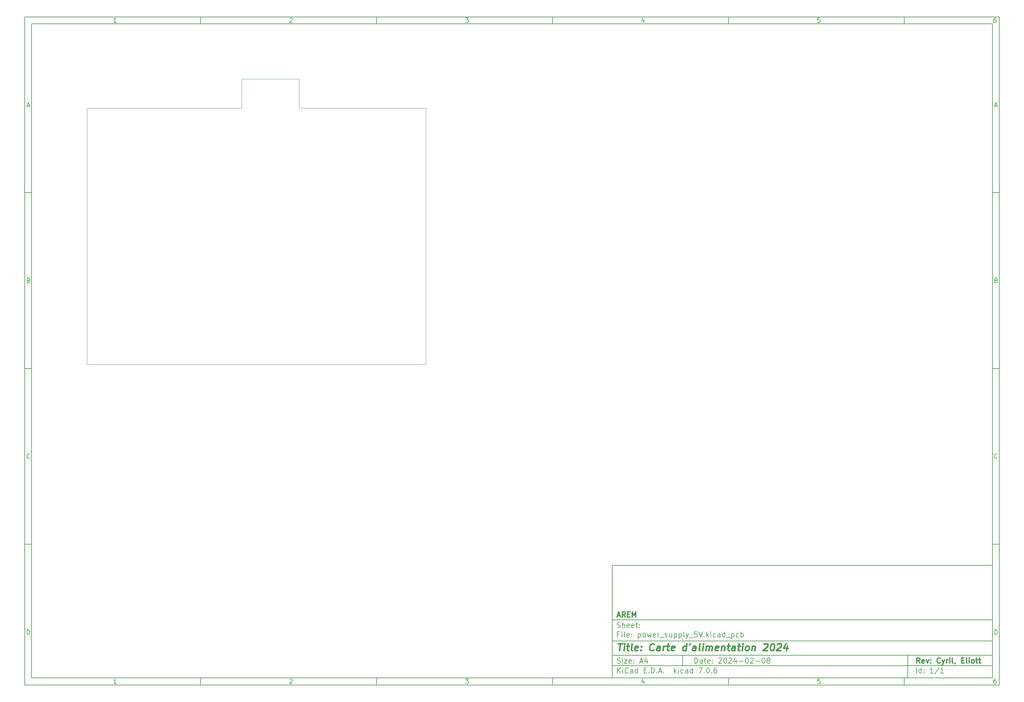
<source format=gbr>
%TF.GenerationSoftware,KiCad,Pcbnew,7.0.6*%
%TF.CreationDate,2024-02-08T22:19:59+01:00*%
%TF.ProjectId,power_supply_5V,706f7765-725f-4737-9570-706c795f3556,Cyril_ Eliott*%
%TF.SameCoordinates,Original*%
%TF.FileFunction,Profile,NP*%
%FSLAX46Y46*%
G04 Gerber Fmt 4.6, Leading zero omitted, Abs format (unit mm)*
G04 Created by KiCad (PCBNEW 7.0.6) date 2024-02-08 22:19:59*
%MOMM*%
%LPD*%
G01*
G04 APERTURE LIST*
%ADD10C,0.100000*%
%ADD11C,0.150000*%
%ADD12C,0.300000*%
%ADD13C,0.400000*%
%TA.AperFunction,Profile*%
%ADD14C,0.100000*%
%TD*%
G04 APERTURE END LIST*
D10*
D11*
X177002200Y-166007200D02*
X285002200Y-166007200D01*
X285002200Y-198007200D01*
X177002200Y-198007200D01*
X177002200Y-166007200D01*
D10*
D11*
X10000000Y-10000000D02*
X287002200Y-10000000D01*
X287002200Y-200007200D01*
X10000000Y-200007200D01*
X10000000Y-10000000D01*
D10*
D11*
X12000000Y-12000000D02*
X285002200Y-12000000D01*
X285002200Y-198007200D01*
X12000000Y-198007200D01*
X12000000Y-12000000D01*
D10*
D11*
X60000000Y-12000000D02*
X60000000Y-10000000D01*
D10*
D11*
X110000000Y-12000000D02*
X110000000Y-10000000D01*
D10*
D11*
X160000000Y-12000000D02*
X160000000Y-10000000D01*
D10*
D11*
X210000000Y-12000000D02*
X210000000Y-10000000D01*
D10*
D11*
X260000000Y-12000000D02*
X260000000Y-10000000D01*
D10*
D11*
X36089160Y-11593604D02*
X35346303Y-11593604D01*
X35717731Y-11593604D02*
X35717731Y-10293604D01*
X35717731Y-10293604D02*
X35593922Y-10479319D01*
X35593922Y-10479319D02*
X35470112Y-10603128D01*
X35470112Y-10603128D02*
X35346303Y-10665033D01*
D10*
D11*
X85346303Y-10417414D02*
X85408207Y-10355509D01*
X85408207Y-10355509D02*
X85532017Y-10293604D01*
X85532017Y-10293604D02*
X85841541Y-10293604D01*
X85841541Y-10293604D02*
X85965350Y-10355509D01*
X85965350Y-10355509D02*
X86027255Y-10417414D01*
X86027255Y-10417414D02*
X86089160Y-10541223D01*
X86089160Y-10541223D02*
X86089160Y-10665033D01*
X86089160Y-10665033D02*
X86027255Y-10850747D01*
X86027255Y-10850747D02*
X85284398Y-11593604D01*
X85284398Y-11593604D02*
X86089160Y-11593604D01*
D10*
D11*
X135284398Y-10293604D02*
X136089160Y-10293604D01*
X136089160Y-10293604D02*
X135655826Y-10788842D01*
X135655826Y-10788842D02*
X135841541Y-10788842D01*
X135841541Y-10788842D02*
X135965350Y-10850747D01*
X135965350Y-10850747D02*
X136027255Y-10912652D01*
X136027255Y-10912652D02*
X136089160Y-11036461D01*
X136089160Y-11036461D02*
X136089160Y-11345985D01*
X136089160Y-11345985D02*
X136027255Y-11469795D01*
X136027255Y-11469795D02*
X135965350Y-11531700D01*
X135965350Y-11531700D02*
X135841541Y-11593604D01*
X135841541Y-11593604D02*
X135470112Y-11593604D01*
X135470112Y-11593604D02*
X135346303Y-11531700D01*
X135346303Y-11531700D02*
X135284398Y-11469795D01*
D10*
D11*
X185965350Y-10726938D02*
X185965350Y-11593604D01*
X185655826Y-10231700D02*
X185346303Y-11160271D01*
X185346303Y-11160271D02*
X186151064Y-11160271D01*
D10*
D11*
X236027255Y-10293604D02*
X235408207Y-10293604D01*
X235408207Y-10293604D02*
X235346303Y-10912652D01*
X235346303Y-10912652D02*
X235408207Y-10850747D01*
X235408207Y-10850747D02*
X235532017Y-10788842D01*
X235532017Y-10788842D02*
X235841541Y-10788842D01*
X235841541Y-10788842D02*
X235965350Y-10850747D01*
X235965350Y-10850747D02*
X236027255Y-10912652D01*
X236027255Y-10912652D02*
X236089160Y-11036461D01*
X236089160Y-11036461D02*
X236089160Y-11345985D01*
X236089160Y-11345985D02*
X236027255Y-11469795D01*
X236027255Y-11469795D02*
X235965350Y-11531700D01*
X235965350Y-11531700D02*
X235841541Y-11593604D01*
X235841541Y-11593604D02*
X235532017Y-11593604D01*
X235532017Y-11593604D02*
X235408207Y-11531700D01*
X235408207Y-11531700D02*
X235346303Y-11469795D01*
D10*
D11*
X285965350Y-10293604D02*
X285717731Y-10293604D01*
X285717731Y-10293604D02*
X285593922Y-10355509D01*
X285593922Y-10355509D02*
X285532017Y-10417414D01*
X285532017Y-10417414D02*
X285408207Y-10603128D01*
X285408207Y-10603128D02*
X285346303Y-10850747D01*
X285346303Y-10850747D02*
X285346303Y-11345985D01*
X285346303Y-11345985D02*
X285408207Y-11469795D01*
X285408207Y-11469795D02*
X285470112Y-11531700D01*
X285470112Y-11531700D02*
X285593922Y-11593604D01*
X285593922Y-11593604D02*
X285841541Y-11593604D01*
X285841541Y-11593604D02*
X285965350Y-11531700D01*
X285965350Y-11531700D02*
X286027255Y-11469795D01*
X286027255Y-11469795D02*
X286089160Y-11345985D01*
X286089160Y-11345985D02*
X286089160Y-11036461D01*
X286089160Y-11036461D02*
X286027255Y-10912652D01*
X286027255Y-10912652D02*
X285965350Y-10850747D01*
X285965350Y-10850747D02*
X285841541Y-10788842D01*
X285841541Y-10788842D02*
X285593922Y-10788842D01*
X285593922Y-10788842D02*
X285470112Y-10850747D01*
X285470112Y-10850747D02*
X285408207Y-10912652D01*
X285408207Y-10912652D02*
X285346303Y-11036461D01*
D10*
D11*
X60000000Y-198007200D02*
X60000000Y-200007200D01*
D10*
D11*
X110000000Y-198007200D02*
X110000000Y-200007200D01*
D10*
D11*
X160000000Y-198007200D02*
X160000000Y-200007200D01*
D10*
D11*
X210000000Y-198007200D02*
X210000000Y-200007200D01*
D10*
D11*
X260000000Y-198007200D02*
X260000000Y-200007200D01*
D10*
D11*
X36089160Y-199600804D02*
X35346303Y-199600804D01*
X35717731Y-199600804D02*
X35717731Y-198300804D01*
X35717731Y-198300804D02*
X35593922Y-198486519D01*
X35593922Y-198486519D02*
X35470112Y-198610328D01*
X35470112Y-198610328D02*
X35346303Y-198672233D01*
D10*
D11*
X85346303Y-198424614D02*
X85408207Y-198362709D01*
X85408207Y-198362709D02*
X85532017Y-198300804D01*
X85532017Y-198300804D02*
X85841541Y-198300804D01*
X85841541Y-198300804D02*
X85965350Y-198362709D01*
X85965350Y-198362709D02*
X86027255Y-198424614D01*
X86027255Y-198424614D02*
X86089160Y-198548423D01*
X86089160Y-198548423D02*
X86089160Y-198672233D01*
X86089160Y-198672233D02*
X86027255Y-198857947D01*
X86027255Y-198857947D02*
X85284398Y-199600804D01*
X85284398Y-199600804D02*
X86089160Y-199600804D01*
D10*
D11*
X135284398Y-198300804D02*
X136089160Y-198300804D01*
X136089160Y-198300804D02*
X135655826Y-198796042D01*
X135655826Y-198796042D02*
X135841541Y-198796042D01*
X135841541Y-198796042D02*
X135965350Y-198857947D01*
X135965350Y-198857947D02*
X136027255Y-198919852D01*
X136027255Y-198919852D02*
X136089160Y-199043661D01*
X136089160Y-199043661D02*
X136089160Y-199353185D01*
X136089160Y-199353185D02*
X136027255Y-199476995D01*
X136027255Y-199476995D02*
X135965350Y-199538900D01*
X135965350Y-199538900D02*
X135841541Y-199600804D01*
X135841541Y-199600804D02*
X135470112Y-199600804D01*
X135470112Y-199600804D02*
X135346303Y-199538900D01*
X135346303Y-199538900D02*
X135284398Y-199476995D01*
D10*
D11*
X185965350Y-198734138D02*
X185965350Y-199600804D01*
X185655826Y-198238900D02*
X185346303Y-199167471D01*
X185346303Y-199167471D02*
X186151064Y-199167471D01*
D10*
D11*
X236027255Y-198300804D02*
X235408207Y-198300804D01*
X235408207Y-198300804D02*
X235346303Y-198919852D01*
X235346303Y-198919852D02*
X235408207Y-198857947D01*
X235408207Y-198857947D02*
X235532017Y-198796042D01*
X235532017Y-198796042D02*
X235841541Y-198796042D01*
X235841541Y-198796042D02*
X235965350Y-198857947D01*
X235965350Y-198857947D02*
X236027255Y-198919852D01*
X236027255Y-198919852D02*
X236089160Y-199043661D01*
X236089160Y-199043661D02*
X236089160Y-199353185D01*
X236089160Y-199353185D02*
X236027255Y-199476995D01*
X236027255Y-199476995D02*
X235965350Y-199538900D01*
X235965350Y-199538900D02*
X235841541Y-199600804D01*
X235841541Y-199600804D02*
X235532017Y-199600804D01*
X235532017Y-199600804D02*
X235408207Y-199538900D01*
X235408207Y-199538900D02*
X235346303Y-199476995D01*
D10*
D11*
X285965350Y-198300804D02*
X285717731Y-198300804D01*
X285717731Y-198300804D02*
X285593922Y-198362709D01*
X285593922Y-198362709D02*
X285532017Y-198424614D01*
X285532017Y-198424614D02*
X285408207Y-198610328D01*
X285408207Y-198610328D02*
X285346303Y-198857947D01*
X285346303Y-198857947D02*
X285346303Y-199353185D01*
X285346303Y-199353185D02*
X285408207Y-199476995D01*
X285408207Y-199476995D02*
X285470112Y-199538900D01*
X285470112Y-199538900D02*
X285593922Y-199600804D01*
X285593922Y-199600804D02*
X285841541Y-199600804D01*
X285841541Y-199600804D02*
X285965350Y-199538900D01*
X285965350Y-199538900D02*
X286027255Y-199476995D01*
X286027255Y-199476995D02*
X286089160Y-199353185D01*
X286089160Y-199353185D02*
X286089160Y-199043661D01*
X286089160Y-199043661D02*
X286027255Y-198919852D01*
X286027255Y-198919852D02*
X285965350Y-198857947D01*
X285965350Y-198857947D02*
X285841541Y-198796042D01*
X285841541Y-198796042D02*
X285593922Y-198796042D01*
X285593922Y-198796042D02*
X285470112Y-198857947D01*
X285470112Y-198857947D02*
X285408207Y-198919852D01*
X285408207Y-198919852D02*
X285346303Y-199043661D01*
D10*
D11*
X10000000Y-60000000D02*
X12000000Y-60000000D01*
D10*
D11*
X10000000Y-110000000D02*
X12000000Y-110000000D01*
D10*
D11*
X10000000Y-160000000D02*
X12000000Y-160000000D01*
D10*
D11*
X10690476Y-35222176D02*
X11309523Y-35222176D01*
X10566666Y-35593604D02*
X10999999Y-34293604D01*
X10999999Y-34293604D02*
X11433333Y-35593604D01*
D10*
D11*
X11092857Y-84912652D02*
X11278571Y-84974557D01*
X11278571Y-84974557D02*
X11340476Y-85036461D01*
X11340476Y-85036461D02*
X11402380Y-85160271D01*
X11402380Y-85160271D02*
X11402380Y-85345985D01*
X11402380Y-85345985D02*
X11340476Y-85469795D01*
X11340476Y-85469795D02*
X11278571Y-85531700D01*
X11278571Y-85531700D02*
X11154761Y-85593604D01*
X11154761Y-85593604D02*
X10659523Y-85593604D01*
X10659523Y-85593604D02*
X10659523Y-84293604D01*
X10659523Y-84293604D02*
X11092857Y-84293604D01*
X11092857Y-84293604D02*
X11216666Y-84355509D01*
X11216666Y-84355509D02*
X11278571Y-84417414D01*
X11278571Y-84417414D02*
X11340476Y-84541223D01*
X11340476Y-84541223D02*
X11340476Y-84665033D01*
X11340476Y-84665033D02*
X11278571Y-84788842D01*
X11278571Y-84788842D02*
X11216666Y-84850747D01*
X11216666Y-84850747D02*
X11092857Y-84912652D01*
X11092857Y-84912652D02*
X10659523Y-84912652D01*
D10*
D11*
X11402380Y-135469795D02*
X11340476Y-135531700D01*
X11340476Y-135531700D02*
X11154761Y-135593604D01*
X11154761Y-135593604D02*
X11030952Y-135593604D01*
X11030952Y-135593604D02*
X10845238Y-135531700D01*
X10845238Y-135531700D02*
X10721428Y-135407890D01*
X10721428Y-135407890D02*
X10659523Y-135284080D01*
X10659523Y-135284080D02*
X10597619Y-135036461D01*
X10597619Y-135036461D02*
X10597619Y-134850747D01*
X10597619Y-134850747D02*
X10659523Y-134603128D01*
X10659523Y-134603128D02*
X10721428Y-134479319D01*
X10721428Y-134479319D02*
X10845238Y-134355509D01*
X10845238Y-134355509D02*
X11030952Y-134293604D01*
X11030952Y-134293604D02*
X11154761Y-134293604D01*
X11154761Y-134293604D02*
X11340476Y-134355509D01*
X11340476Y-134355509D02*
X11402380Y-134417414D01*
D10*
D11*
X10659523Y-185593604D02*
X10659523Y-184293604D01*
X10659523Y-184293604D02*
X10969047Y-184293604D01*
X10969047Y-184293604D02*
X11154761Y-184355509D01*
X11154761Y-184355509D02*
X11278571Y-184479319D01*
X11278571Y-184479319D02*
X11340476Y-184603128D01*
X11340476Y-184603128D02*
X11402380Y-184850747D01*
X11402380Y-184850747D02*
X11402380Y-185036461D01*
X11402380Y-185036461D02*
X11340476Y-185284080D01*
X11340476Y-185284080D02*
X11278571Y-185407890D01*
X11278571Y-185407890D02*
X11154761Y-185531700D01*
X11154761Y-185531700D02*
X10969047Y-185593604D01*
X10969047Y-185593604D02*
X10659523Y-185593604D01*
D10*
D11*
X287002200Y-60000000D02*
X285002200Y-60000000D01*
D10*
D11*
X287002200Y-110000000D02*
X285002200Y-110000000D01*
D10*
D11*
X287002200Y-160000000D02*
X285002200Y-160000000D01*
D10*
D11*
X285692676Y-35222176D02*
X286311723Y-35222176D01*
X285568866Y-35593604D02*
X286002199Y-34293604D01*
X286002199Y-34293604D02*
X286435533Y-35593604D01*
D10*
D11*
X286095057Y-84912652D02*
X286280771Y-84974557D01*
X286280771Y-84974557D02*
X286342676Y-85036461D01*
X286342676Y-85036461D02*
X286404580Y-85160271D01*
X286404580Y-85160271D02*
X286404580Y-85345985D01*
X286404580Y-85345985D02*
X286342676Y-85469795D01*
X286342676Y-85469795D02*
X286280771Y-85531700D01*
X286280771Y-85531700D02*
X286156961Y-85593604D01*
X286156961Y-85593604D02*
X285661723Y-85593604D01*
X285661723Y-85593604D02*
X285661723Y-84293604D01*
X285661723Y-84293604D02*
X286095057Y-84293604D01*
X286095057Y-84293604D02*
X286218866Y-84355509D01*
X286218866Y-84355509D02*
X286280771Y-84417414D01*
X286280771Y-84417414D02*
X286342676Y-84541223D01*
X286342676Y-84541223D02*
X286342676Y-84665033D01*
X286342676Y-84665033D02*
X286280771Y-84788842D01*
X286280771Y-84788842D02*
X286218866Y-84850747D01*
X286218866Y-84850747D02*
X286095057Y-84912652D01*
X286095057Y-84912652D02*
X285661723Y-84912652D01*
D10*
D11*
X286404580Y-135469795D02*
X286342676Y-135531700D01*
X286342676Y-135531700D02*
X286156961Y-135593604D01*
X286156961Y-135593604D02*
X286033152Y-135593604D01*
X286033152Y-135593604D02*
X285847438Y-135531700D01*
X285847438Y-135531700D02*
X285723628Y-135407890D01*
X285723628Y-135407890D02*
X285661723Y-135284080D01*
X285661723Y-135284080D02*
X285599819Y-135036461D01*
X285599819Y-135036461D02*
X285599819Y-134850747D01*
X285599819Y-134850747D02*
X285661723Y-134603128D01*
X285661723Y-134603128D02*
X285723628Y-134479319D01*
X285723628Y-134479319D02*
X285847438Y-134355509D01*
X285847438Y-134355509D02*
X286033152Y-134293604D01*
X286033152Y-134293604D02*
X286156961Y-134293604D01*
X286156961Y-134293604D02*
X286342676Y-134355509D01*
X286342676Y-134355509D02*
X286404580Y-134417414D01*
D10*
D11*
X285661723Y-185593604D02*
X285661723Y-184293604D01*
X285661723Y-184293604D02*
X285971247Y-184293604D01*
X285971247Y-184293604D02*
X286156961Y-184355509D01*
X286156961Y-184355509D02*
X286280771Y-184479319D01*
X286280771Y-184479319D02*
X286342676Y-184603128D01*
X286342676Y-184603128D02*
X286404580Y-184850747D01*
X286404580Y-184850747D02*
X286404580Y-185036461D01*
X286404580Y-185036461D02*
X286342676Y-185284080D01*
X286342676Y-185284080D02*
X286280771Y-185407890D01*
X286280771Y-185407890D02*
X286156961Y-185531700D01*
X286156961Y-185531700D02*
X285971247Y-185593604D01*
X285971247Y-185593604D02*
X285661723Y-185593604D01*
D10*
D11*
X200458026Y-193793328D02*
X200458026Y-192293328D01*
X200458026Y-192293328D02*
X200815169Y-192293328D01*
X200815169Y-192293328D02*
X201029455Y-192364757D01*
X201029455Y-192364757D02*
X201172312Y-192507614D01*
X201172312Y-192507614D02*
X201243741Y-192650471D01*
X201243741Y-192650471D02*
X201315169Y-192936185D01*
X201315169Y-192936185D02*
X201315169Y-193150471D01*
X201315169Y-193150471D02*
X201243741Y-193436185D01*
X201243741Y-193436185D02*
X201172312Y-193579042D01*
X201172312Y-193579042D02*
X201029455Y-193721900D01*
X201029455Y-193721900D02*
X200815169Y-193793328D01*
X200815169Y-193793328D02*
X200458026Y-193793328D01*
X202600884Y-193793328D02*
X202600884Y-193007614D01*
X202600884Y-193007614D02*
X202529455Y-192864757D01*
X202529455Y-192864757D02*
X202386598Y-192793328D01*
X202386598Y-192793328D02*
X202100884Y-192793328D01*
X202100884Y-192793328D02*
X201958026Y-192864757D01*
X202600884Y-193721900D02*
X202458026Y-193793328D01*
X202458026Y-193793328D02*
X202100884Y-193793328D01*
X202100884Y-193793328D02*
X201958026Y-193721900D01*
X201958026Y-193721900D02*
X201886598Y-193579042D01*
X201886598Y-193579042D02*
X201886598Y-193436185D01*
X201886598Y-193436185D02*
X201958026Y-193293328D01*
X201958026Y-193293328D02*
X202100884Y-193221900D01*
X202100884Y-193221900D02*
X202458026Y-193221900D01*
X202458026Y-193221900D02*
X202600884Y-193150471D01*
X203100884Y-192793328D02*
X203672312Y-192793328D01*
X203315169Y-192293328D02*
X203315169Y-193579042D01*
X203315169Y-193579042D02*
X203386598Y-193721900D01*
X203386598Y-193721900D02*
X203529455Y-193793328D01*
X203529455Y-193793328D02*
X203672312Y-193793328D01*
X204743741Y-193721900D02*
X204600884Y-193793328D01*
X204600884Y-193793328D02*
X204315170Y-193793328D01*
X204315170Y-193793328D02*
X204172312Y-193721900D01*
X204172312Y-193721900D02*
X204100884Y-193579042D01*
X204100884Y-193579042D02*
X204100884Y-193007614D01*
X204100884Y-193007614D02*
X204172312Y-192864757D01*
X204172312Y-192864757D02*
X204315170Y-192793328D01*
X204315170Y-192793328D02*
X204600884Y-192793328D01*
X204600884Y-192793328D02*
X204743741Y-192864757D01*
X204743741Y-192864757D02*
X204815170Y-193007614D01*
X204815170Y-193007614D02*
X204815170Y-193150471D01*
X204815170Y-193150471D02*
X204100884Y-193293328D01*
X205458026Y-193650471D02*
X205529455Y-193721900D01*
X205529455Y-193721900D02*
X205458026Y-193793328D01*
X205458026Y-193793328D02*
X205386598Y-193721900D01*
X205386598Y-193721900D02*
X205458026Y-193650471D01*
X205458026Y-193650471D02*
X205458026Y-193793328D01*
X205458026Y-192864757D02*
X205529455Y-192936185D01*
X205529455Y-192936185D02*
X205458026Y-193007614D01*
X205458026Y-193007614D02*
X205386598Y-192936185D01*
X205386598Y-192936185D02*
X205458026Y-192864757D01*
X205458026Y-192864757D02*
X205458026Y-193007614D01*
X207243741Y-192436185D02*
X207315169Y-192364757D01*
X207315169Y-192364757D02*
X207458027Y-192293328D01*
X207458027Y-192293328D02*
X207815169Y-192293328D01*
X207815169Y-192293328D02*
X207958027Y-192364757D01*
X207958027Y-192364757D02*
X208029455Y-192436185D01*
X208029455Y-192436185D02*
X208100884Y-192579042D01*
X208100884Y-192579042D02*
X208100884Y-192721900D01*
X208100884Y-192721900D02*
X208029455Y-192936185D01*
X208029455Y-192936185D02*
X207172312Y-193793328D01*
X207172312Y-193793328D02*
X208100884Y-193793328D01*
X209029455Y-192293328D02*
X209172312Y-192293328D01*
X209172312Y-192293328D02*
X209315169Y-192364757D01*
X209315169Y-192364757D02*
X209386598Y-192436185D01*
X209386598Y-192436185D02*
X209458026Y-192579042D01*
X209458026Y-192579042D02*
X209529455Y-192864757D01*
X209529455Y-192864757D02*
X209529455Y-193221900D01*
X209529455Y-193221900D02*
X209458026Y-193507614D01*
X209458026Y-193507614D02*
X209386598Y-193650471D01*
X209386598Y-193650471D02*
X209315169Y-193721900D01*
X209315169Y-193721900D02*
X209172312Y-193793328D01*
X209172312Y-193793328D02*
X209029455Y-193793328D01*
X209029455Y-193793328D02*
X208886598Y-193721900D01*
X208886598Y-193721900D02*
X208815169Y-193650471D01*
X208815169Y-193650471D02*
X208743740Y-193507614D01*
X208743740Y-193507614D02*
X208672312Y-193221900D01*
X208672312Y-193221900D02*
X208672312Y-192864757D01*
X208672312Y-192864757D02*
X208743740Y-192579042D01*
X208743740Y-192579042D02*
X208815169Y-192436185D01*
X208815169Y-192436185D02*
X208886598Y-192364757D01*
X208886598Y-192364757D02*
X209029455Y-192293328D01*
X210100883Y-192436185D02*
X210172311Y-192364757D01*
X210172311Y-192364757D02*
X210315169Y-192293328D01*
X210315169Y-192293328D02*
X210672311Y-192293328D01*
X210672311Y-192293328D02*
X210815169Y-192364757D01*
X210815169Y-192364757D02*
X210886597Y-192436185D01*
X210886597Y-192436185D02*
X210958026Y-192579042D01*
X210958026Y-192579042D02*
X210958026Y-192721900D01*
X210958026Y-192721900D02*
X210886597Y-192936185D01*
X210886597Y-192936185D02*
X210029454Y-193793328D01*
X210029454Y-193793328D02*
X210958026Y-193793328D01*
X212243740Y-192793328D02*
X212243740Y-193793328D01*
X211886597Y-192221900D02*
X211529454Y-193293328D01*
X211529454Y-193293328D02*
X212458025Y-193293328D01*
X213029453Y-193221900D02*
X214172311Y-193221900D01*
X215172311Y-192293328D02*
X215315168Y-192293328D01*
X215315168Y-192293328D02*
X215458025Y-192364757D01*
X215458025Y-192364757D02*
X215529454Y-192436185D01*
X215529454Y-192436185D02*
X215600882Y-192579042D01*
X215600882Y-192579042D02*
X215672311Y-192864757D01*
X215672311Y-192864757D02*
X215672311Y-193221900D01*
X215672311Y-193221900D02*
X215600882Y-193507614D01*
X215600882Y-193507614D02*
X215529454Y-193650471D01*
X215529454Y-193650471D02*
X215458025Y-193721900D01*
X215458025Y-193721900D02*
X215315168Y-193793328D01*
X215315168Y-193793328D02*
X215172311Y-193793328D01*
X215172311Y-193793328D02*
X215029454Y-193721900D01*
X215029454Y-193721900D02*
X214958025Y-193650471D01*
X214958025Y-193650471D02*
X214886596Y-193507614D01*
X214886596Y-193507614D02*
X214815168Y-193221900D01*
X214815168Y-193221900D02*
X214815168Y-192864757D01*
X214815168Y-192864757D02*
X214886596Y-192579042D01*
X214886596Y-192579042D02*
X214958025Y-192436185D01*
X214958025Y-192436185D02*
X215029454Y-192364757D01*
X215029454Y-192364757D02*
X215172311Y-192293328D01*
X216243739Y-192436185D02*
X216315167Y-192364757D01*
X216315167Y-192364757D02*
X216458025Y-192293328D01*
X216458025Y-192293328D02*
X216815167Y-192293328D01*
X216815167Y-192293328D02*
X216958025Y-192364757D01*
X216958025Y-192364757D02*
X217029453Y-192436185D01*
X217029453Y-192436185D02*
X217100882Y-192579042D01*
X217100882Y-192579042D02*
X217100882Y-192721900D01*
X217100882Y-192721900D02*
X217029453Y-192936185D01*
X217029453Y-192936185D02*
X216172310Y-193793328D01*
X216172310Y-193793328D02*
X217100882Y-193793328D01*
X217743738Y-193221900D02*
X218886596Y-193221900D01*
X219886596Y-192293328D02*
X220029453Y-192293328D01*
X220029453Y-192293328D02*
X220172310Y-192364757D01*
X220172310Y-192364757D02*
X220243739Y-192436185D01*
X220243739Y-192436185D02*
X220315167Y-192579042D01*
X220315167Y-192579042D02*
X220386596Y-192864757D01*
X220386596Y-192864757D02*
X220386596Y-193221900D01*
X220386596Y-193221900D02*
X220315167Y-193507614D01*
X220315167Y-193507614D02*
X220243739Y-193650471D01*
X220243739Y-193650471D02*
X220172310Y-193721900D01*
X220172310Y-193721900D02*
X220029453Y-193793328D01*
X220029453Y-193793328D02*
X219886596Y-193793328D01*
X219886596Y-193793328D02*
X219743739Y-193721900D01*
X219743739Y-193721900D02*
X219672310Y-193650471D01*
X219672310Y-193650471D02*
X219600881Y-193507614D01*
X219600881Y-193507614D02*
X219529453Y-193221900D01*
X219529453Y-193221900D02*
X219529453Y-192864757D01*
X219529453Y-192864757D02*
X219600881Y-192579042D01*
X219600881Y-192579042D02*
X219672310Y-192436185D01*
X219672310Y-192436185D02*
X219743739Y-192364757D01*
X219743739Y-192364757D02*
X219886596Y-192293328D01*
X221243738Y-192936185D02*
X221100881Y-192864757D01*
X221100881Y-192864757D02*
X221029452Y-192793328D01*
X221029452Y-192793328D02*
X220958024Y-192650471D01*
X220958024Y-192650471D02*
X220958024Y-192579042D01*
X220958024Y-192579042D02*
X221029452Y-192436185D01*
X221029452Y-192436185D02*
X221100881Y-192364757D01*
X221100881Y-192364757D02*
X221243738Y-192293328D01*
X221243738Y-192293328D02*
X221529452Y-192293328D01*
X221529452Y-192293328D02*
X221672310Y-192364757D01*
X221672310Y-192364757D02*
X221743738Y-192436185D01*
X221743738Y-192436185D02*
X221815167Y-192579042D01*
X221815167Y-192579042D02*
X221815167Y-192650471D01*
X221815167Y-192650471D02*
X221743738Y-192793328D01*
X221743738Y-192793328D02*
X221672310Y-192864757D01*
X221672310Y-192864757D02*
X221529452Y-192936185D01*
X221529452Y-192936185D02*
X221243738Y-192936185D01*
X221243738Y-192936185D02*
X221100881Y-193007614D01*
X221100881Y-193007614D02*
X221029452Y-193079042D01*
X221029452Y-193079042D02*
X220958024Y-193221900D01*
X220958024Y-193221900D02*
X220958024Y-193507614D01*
X220958024Y-193507614D02*
X221029452Y-193650471D01*
X221029452Y-193650471D02*
X221100881Y-193721900D01*
X221100881Y-193721900D02*
X221243738Y-193793328D01*
X221243738Y-193793328D02*
X221529452Y-193793328D01*
X221529452Y-193793328D02*
X221672310Y-193721900D01*
X221672310Y-193721900D02*
X221743738Y-193650471D01*
X221743738Y-193650471D02*
X221815167Y-193507614D01*
X221815167Y-193507614D02*
X221815167Y-193221900D01*
X221815167Y-193221900D02*
X221743738Y-193079042D01*
X221743738Y-193079042D02*
X221672310Y-193007614D01*
X221672310Y-193007614D02*
X221529452Y-192936185D01*
D10*
D11*
X177002200Y-194507200D02*
X285002200Y-194507200D01*
D10*
D11*
X178458026Y-196593328D02*
X178458026Y-195093328D01*
X179315169Y-196593328D02*
X178672312Y-195736185D01*
X179315169Y-195093328D02*
X178458026Y-195950471D01*
X179958026Y-196593328D02*
X179958026Y-195593328D01*
X179958026Y-195093328D02*
X179886598Y-195164757D01*
X179886598Y-195164757D02*
X179958026Y-195236185D01*
X179958026Y-195236185D02*
X180029455Y-195164757D01*
X180029455Y-195164757D02*
X179958026Y-195093328D01*
X179958026Y-195093328D02*
X179958026Y-195236185D01*
X181529455Y-196450471D02*
X181458027Y-196521900D01*
X181458027Y-196521900D02*
X181243741Y-196593328D01*
X181243741Y-196593328D02*
X181100884Y-196593328D01*
X181100884Y-196593328D02*
X180886598Y-196521900D01*
X180886598Y-196521900D02*
X180743741Y-196379042D01*
X180743741Y-196379042D02*
X180672312Y-196236185D01*
X180672312Y-196236185D02*
X180600884Y-195950471D01*
X180600884Y-195950471D02*
X180600884Y-195736185D01*
X180600884Y-195736185D02*
X180672312Y-195450471D01*
X180672312Y-195450471D02*
X180743741Y-195307614D01*
X180743741Y-195307614D02*
X180886598Y-195164757D01*
X180886598Y-195164757D02*
X181100884Y-195093328D01*
X181100884Y-195093328D02*
X181243741Y-195093328D01*
X181243741Y-195093328D02*
X181458027Y-195164757D01*
X181458027Y-195164757D02*
X181529455Y-195236185D01*
X182815170Y-196593328D02*
X182815170Y-195807614D01*
X182815170Y-195807614D02*
X182743741Y-195664757D01*
X182743741Y-195664757D02*
X182600884Y-195593328D01*
X182600884Y-195593328D02*
X182315170Y-195593328D01*
X182315170Y-195593328D02*
X182172312Y-195664757D01*
X182815170Y-196521900D02*
X182672312Y-196593328D01*
X182672312Y-196593328D02*
X182315170Y-196593328D01*
X182315170Y-196593328D02*
X182172312Y-196521900D01*
X182172312Y-196521900D02*
X182100884Y-196379042D01*
X182100884Y-196379042D02*
X182100884Y-196236185D01*
X182100884Y-196236185D02*
X182172312Y-196093328D01*
X182172312Y-196093328D02*
X182315170Y-196021900D01*
X182315170Y-196021900D02*
X182672312Y-196021900D01*
X182672312Y-196021900D02*
X182815170Y-195950471D01*
X184172313Y-196593328D02*
X184172313Y-195093328D01*
X184172313Y-196521900D02*
X184029455Y-196593328D01*
X184029455Y-196593328D02*
X183743741Y-196593328D01*
X183743741Y-196593328D02*
X183600884Y-196521900D01*
X183600884Y-196521900D02*
X183529455Y-196450471D01*
X183529455Y-196450471D02*
X183458027Y-196307614D01*
X183458027Y-196307614D02*
X183458027Y-195879042D01*
X183458027Y-195879042D02*
X183529455Y-195736185D01*
X183529455Y-195736185D02*
X183600884Y-195664757D01*
X183600884Y-195664757D02*
X183743741Y-195593328D01*
X183743741Y-195593328D02*
X184029455Y-195593328D01*
X184029455Y-195593328D02*
X184172313Y-195664757D01*
X186029455Y-195807614D02*
X186529455Y-195807614D01*
X186743741Y-196593328D02*
X186029455Y-196593328D01*
X186029455Y-196593328D02*
X186029455Y-195093328D01*
X186029455Y-195093328D02*
X186743741Y-195093328D01*
X187386598Y-196450471D02*
X187458027Y-196521900D01*
X187458027Y-196521900D02*
X187386598Y-196593328D01*
X187386598Y-196593328D02*
X187315170Y-196521900D01*
X187315170Y-196521900D02*
X187386598Y-196450471D01*
X187386598Y-196450471D02*
X187386598Y-196593328D01*
X188100884Y-196593328D02*
X188100884Y-195093328D01*
X188100884Y-195093328D02*
X188458027Y-195093328D01*
X188458027Y-195093328D02*
X188672313Y-195164757D01*
X188672313Y-195164757D02*
X188815170Y-195307614D01*
X188815170Y-195307614D02*
X188886599Y-195450471D01*
X188886599Y-195450471D02*
X188958027Y-195736185D01*
X188958027Y-195736185D02*
X188958027Y-195950471D01*
X188958027Y-195950471D02*
X188886599Y-196236185D01*
X188886599Y-196236185D02*
X188815170Y-196379042D01*
X188815170Y-196379042D02*
X188672313Y-196521900D01*
X188672313Y-196521900D02*
X188458027Y-196593328D01*
X188458027Y-196593328D02*
X188100884Y-196593328D01*
X189600884Y-196450471D02*
X189672313Y-196521900D01*
X189672313Y-196521900D02*
X189600884Y-196593328D01*
X189600884Y-196593328D02*
X189529456Y-196521900D01*
X189529456Y-196521900D02*
X189600884Y-196450471D01*
X189600884Y-196450471D02*
X189600884Y-196593328D01*
X190243742Y-196164757D02*
X190958028Y-196164757D01*
X190100885Y-196593328D02*
X190600885Y-195093328D01*
X190600885Y-195093328D02*
X191100885Y-196593328D01*
X191600884Y-196450471D02*
X191672313Y-196521900D01*
X191672313Y-196521900D02*
X191600884Y-196593328D01*
X191600884Y-196593328D02*
X191529456Y-196521900D01*
X191529456Y-196521900D02*
X191600884Y-196450471D01*
X191600884Y-196450471D02*
X191600884Y-196593328D01*
X194600884Y-196593328D02*
X194600884Y-195093328D01*
X194743742Y-196021900D02*
X195172313Y-196593328D01*
X195172313Y-195593328D02*
X194600884Y-196164757D01*
X195815170Y-196593328D02*
X195815170Y-195593328D01*
X195815170Y-195093328D02*
X195743742Y-195164757D01*
X195743742Y-195164757D02*
X195815170Y-195236185D01*
X195815170Y-195236185D02*
X195886599Y-195164757D01*
X195886599Y-195164757D02*
X195815170Y-195093328D01*
X195815170Y-195093328D02*
X195815170Y-195236185D01*
X197172314Y-196521900D02*
X197029456Y-196593328D01*
X197029456Y-196593328D02*
X196743742Y-196593328D01*
X196743742Y-196593328D02*
X196600885Y-196521900D01*
X196600885Y-196521900D02*
X196529456Y-196450471D01*
X196529456Y-196450471D02*
X196458028Y-196307614D01*
X196458028Y-196307614D02*
X196458028Y-195879042D01*
X196458028Y-195879042D02*
X196529456Y-195736185D01*
X196529456Y-195736185D02*
X196600885Y-195664757D01*
X196600885Y-195664757D02*
X196743742Y-195593328D01*
X196743742Y-195593328D02*
X197029456Y-195593328D01*
X197029456Y-195593328D02*
X197172314Y-195664757D01*
X198458028Y-196593328D02*
X198458028Y-195807614D01*
X198458028Y-195807614D02*
X198386599Y-195664757D01*
X198386599Y-195664757D02*
X198243742Y-195593328D01*
X198243742Y-195593328D02*
X197958028Y-195593328D01*
X197958028Y-195593328D02*
X197815170Y-195664757D01*
X198458028Y-196521900D02*
X198315170Y-196593328D01*
X198315170Y-196593328D02*
X197958028Y-196593328D01*
X197958028Y-196593328D02*
X197815170Y-196521900D01*
X197815170Y-196521900D02*
X197743742Y-196379042D01*
X197743742Y-196379042D02*
X197743742Y-196236185D01*
X197743742Y-196236185D02*
X197815170Y-196093328D01*
X197815170Y-196093328D02*
X197958028Y-196021900D01*
X197958028Y-196021900D02*
X198315170Y-196021900D01*
X198315170Y-196021900D02*
X198458028Y-195950471D01*
X199815171Y-196593328D02*
X199815171Y-195093328D01*
X199815171Y-196521900D02*
X199672313Y-196593328D01*
X199672313Y-196593328D02*
X199386599Y-196593328D01*
X199386599Y-196593328D02*
X199243742Y-196521900D01*
X199243742Y-196521900D02*
X199172313Y-196450471D01*
X199172313Y-196450471D02*
X199100885Y-196307614D01*
X199100885Y-196307614D02*
X199100885Y-195879042D01*
X199100885Y-195879042D02*
X199172313Y-195736185D01*
X199172313Y-195736185D02*
X199243742Y-195664757D01*
X199243742Y-195664757D02*
X199386599Y-195593328D01*
X199386599Y-195593328D02*
X199672313Y-195593328D01*
X199672313Y-195593328D02*
X199815171Y-195664757D01*
X201529456Y-195093328D02*
X202529456Y-195093328D01*
X202529456Y-195093328D02*
X201886599Y-196593328D01*
X203100884Y-196450471D02*
X203172313Y-196521900D01*
X203172313Y-196521900D02*
X203100884Y-196593328D01*
X203100884Y-196593328D02*
X203029456Y-196521900D01*
X203029456Y-196521900D02*
X203100884Y-196450471D01*
X203100884Y-196450471D02*
X203100884Y-196593328D01*
X204100885Y-195093328D02*
X204243742Y-195093328D01*
X204243742Y-195093328D02*
X204386599Y-195164757D01*
X204386599Y-195164757D02*
X204458028Y-195236185D01*
X204458028Y-195236185D02*
X204529456Y-195379042D01*
X204529456Y-195379042D02*
X204600885Y-195664757D01*
X204600885Y-195664757D02*
X204600885Y-196021900D01*
X204600885Y-196021900D02*
X204529456Y-196307614D01*
X204529456Y-196307614D02*
X204458028Y-196450471D01*
X204458028Y-196450471D02*
X204386599Y-196521900D01*
X204386599Y-196521900D02*
X204243742Y-196593328D01*
X204243742Y-196593328D02*
X204100885Y-196593328D01*
X204100885Y-196593328D02*
X203958028Y-196521900D01*
X203958028Y-196521900D02*
X203886599Y-196450471D01*
X203886599Y-196450471D02*
X203815170Y-196307614D01*
X203815170Y-196307614D02*
X203743742Y-196021900D01*
X203743742Y-196021900D02*
X203743742Y-195664757D01*
X203743742Y-195664757D02*
X203815170Y-195379042D01*
X203815170Y-195379042D02*
X203886599Y-195236185D01*
X203886599Y-195236185D02*
X203958028Y-195164757D01*
X203958028Y-195164757D02*
X204100885Y-195093328D01*
X205243741Y-196450471D02*
X205315170Y-196521900D01*
X205315170Y-196521900D02*
X205243741Y-196593328D01*
X205243741Y-196593328D02*
X205172313Y-196521900D01*
X205172313Y-196521900D02*
X205243741Y-196450471D01*
X205243741Y-196450471D02*
X205243741Y-196593328D01*
X206600885Y-195093328D02*
X206315170Y-195093328D01*
X206315170Y-195093328D02*
X206172313Y-195164757D01*
X206172313Y-195164757D02*
X206100885Y-195236185D01*
X206100885Y-195236185D02*
X205958027Y-195450471D01*
X205958027Y-195450471D02*
X205886599Y-195736185D01*
X205886599Y-195736185D02*
X205886599Y-196307614D01*
X205886599Y-196307614D02*
X205958027Y-196450471D01*
X205958027Y-196450471D02*
X206029456Y-196521900D01*
X206029456Y-196521900D02*
X206172313Y-196593328D01*
X206172313Y-196593328D02*
X206458027Y-196593328D01*
X206458027Y-196593328D02*
X206600885Y-196521900D01*
X206600885Y-196521900D02*
X206672313Y-196450471D01*
X206672313Y-196450471D02*
X206743742Y-196307614D01*
X206743742Y-196307614D02*
X206743742Y-195950471D01*
X206743742Y-195950471D02*
X206672313Y-195807614D01*
X206672313Y-195807614D02*
X206600885Y-195736185D01*
X206600885Y-195736185D02*
X206458027Y-195664757D01*
X206458027Y-195664757D02*
X206172313Y-195664757D01*
X206172313Y-195664757D02*
X206029456Y-195736185D01*
X206029456Y-195736185D02*
X205958027Y-195807614D01*
X205958027Y-195807614D02*
X205886599Y-195950471D01*
D10*
D11*
X177002200Y-191507200D02*
X285002200Y-191507200D01*
D10*
D12*
X264413853Y-193785528D02*
X263913853Y-193071242D01*
X263556710Y-193785528D02*
X263556710Y-192285528D01*
X263556710Y-192285528D02*
X264128139Y-192285528D01*
X264128139Y-192285528D02*
X264270996Y-192356957D01*
X264270996Y-192356957D02*
X264342425Y-192428385D01*
X264342425Y-192428385D02*
X264413853Y-192571242D01*
X264413853Y-192571242D02*
X264413853Y-192785528D01*
X264413853Y-192785528D02*
X264342425Y-192928385D01*
X264342425Y-192928385D02*
X264270996Y-192999814D01*
X264270996Y-192999814D02*
X264128139Y-193071242D01*
X264128139Y-193071242D02*
X263556710Y-193071242D01*
X265628139Y-193714100D02*
X265485282Y-193785528D01*
X265485282Y-193785528D02*
X265199568Y-193785528D01*
X265199568Y-193785528D02*
X265056710Y-193714100D01*
X265056710Y-193714100D02*
X264985282Y-193571242D01*
X264985282Y-193571242D02*
X264985282Y-192999814D01*
X264985282Y-192999814D02*
X265056710Y-192856957D01*
X265056710Y-192856957D02*
X265199568Y-192785528D01*
X265199568Y-192785528D02*
X265485282Y-192785528D01*
X265485282Y-192785528D02*
X265628139Y-192856957D01*
X265628139Y-192856957D02*
X265699568Y-192999814D01*
X265699568Y-192999814D02*
X265699568Y-193142671D01*
X265699568Y-193142671D02*
X264985282Y-193285528D01*
X266199567Y-192785528D02*
X266556710Y-193785528D01*
X266556710Y-193785528D02*
X266913853Y-192785528D01*
X267485281Y-193642671D02*
X267556710Y-193714100D01*
X267556710Y-193714100D02*
X267485281Y-193785528D01*
X267485281Y-193785528D02*
X267413853Y-193714100D01*
X267413853Y-193714100D02*
X267485281Y-193642671D01*
X267485281Y-193642671D02*
X267485281Y-193785528D01*
X267485281Y-192856957D02*
X267556710Y-192928385D01*
X267556710Y-192928385D02*
X267485281Y-192999814D01*
X267485281Y-192999814D02*
X267413853Y-192928385D01*
X267413853Y-192928385D02*
X267485281Y-192856957D01*
X267485281Y-192856957D02*
X267485281Y-192999814D01*
X270199567Y-193642671D02*
X270128139Y-193714100D01*
X270128139Y-193714100D02*
X269913853Y-193785528D01*
X269913853Y-193785528D02*
X269770996Y-193785528D01*
X269770996Y-193785528D02*
X269556710Y-193714100D01*
X269556710Y-193714100D02*
X269413853Y-193571242D01*
X269413853Y-193571242D02*
X269342424Y-193428385D01*
X269342424Y-193428385D02*
X269270996Y-193142671D01*
X269270996Y-193142671D02*
X269270996Y-192928385D01*
X269270996Y-192928385D02*
X269342424Y-192642671D01*
X269342424Y-192642671D02*
X269413853Y-192499814D01*
X269413853Y-192499814D02*
X269556710Y-192356957D01*
X269556710Y-192356957D02*
X269770996Y-192285528D01*
X269770996Y-192285528D02*
X269913853Y-192285528D01*
X269913853Y-192285528D02*
X270128139Y-192356957D01*
X270128139Y-192356957D02*
X270199567Y-192428385D01*
X270699567Y-192785528D02*
X271056710Y-193785528D01*
X271413853Y-192785528D02*
X271056710Y-193785528D01*
X271056710Y-193785528D02*
X270913853Y-194142671D01*
X270913853Y-194142671D02*
X270842424Y-194214100D01*
X270842424Y-194214100D02*
X270699567Y-194285528D01*
X271985281Y-193785528D02*
X271985281Y-192785528D01*
X271985281Y-193071242D02*
X272056710Y-192928385D01*
X272056710Y-192928385D02*
X272128139Y-192856957D01*
X272128139Y-192856957D02*
X272270996Y-192785528D01*
X272270996Y-192785528D02*
X272413853Y-192785528D01*
X272913852Y-193785528D02*
X272913852Y-192785528D01*
X272913852Y-192285528D02*
X272842424Y-192356957D01*
X272842424Y-192356957D02*
X272913852Y-192428385D01*
X272913852Y-192428385D02*
X272985281Y-192356957D01*
X272985281Y-192356957D02*
X272913852Y-192285528D01*
X272913852Y-192285528D02*
X272913852Y-192428385D01*
X273842424Y-193785528D02*
X273699567Y-193714100D01*
X273699567Y-193714100D02*
X273628138Y-193571242D01*
X273628138Y-193571242D02*
X273628138Y-192285528D01*
X274485281Y-193714100D02*
X274485281Y-193785528D01*
X274485281Y-193785528D02*
X274413852Y-193928385D01*
X274413852Y-193928385D02*
X274342424Y-193999814D01*
X276270995Y-192999814D02*
X276770995Y-192999814D01*
X276985281Y-193785528D02*
X276270995Y-193785528D01*
X276270995Y-193785528D02*
X276270995Y-192285528D01*
X276270995Y-192285528D02*
X276985281Y-192285528D01*
X277842424Y-193785528D02*
X277699567Y-193714100D01*
X277699567Y-193714100D02*
X277628138Y-193571242D01*
X277628138Y-193571242D02*
X277628138Y-192285528D01*
X278413852Y-193785528D02*
X278413852Y-192785528D01*
X278413852Y-192285528D02*
X278342424Y-192356957D01*
X278342424Y-192356957D02*
X278413852Y-192428385D01*
X278413852Y-192428385D02*
X278485281Y-192356957D01*
X278485281Y-192356957D02*
X278413852Y-192285528D01*
X278413852Y-192285528D02*
X278413852Y-192428385D01*
X279342424Y-193785528D02*
X279199567Y-193714100D01*
X279199567Y-193714100D02*
X279128138Y-193642671D01*
X279128138Y-193642671D02*
X279056710Y-193499814D01*
X279056710Y-193499814D02*
X279056710Y-193071242D01*
X279056710Y-193071242D02*
X279128138Y-192928385D01*
X279128138Y-192928385D02*
X279199567Y-192856957D01*
X279199567Y-192856957D02*
X279342424Y-192785528D01*
X279342424Y-192785528D02*
X279556710Y-192785528D01*
X279556710Y-192785528D02*
X279699567Y-192856957D01*
X279699567Y-192856957D02*
X279770996Y-192928385D01*
X279770996Y-192928385D02*
X279842424Y-193071242D01*
X279842424Y-193071242D02*
X279842424Y-193499814D01*
X279842424Y-193499814D02*
X279770996Y-193642671D01*
X279770996Y-193642671D02*
X279699567Y-193714100D01*
X279699567Y-193714100D02*
X279556710Y-193785528D01*
X279556710Y-193785528D02*
X279342424Y-193785528D01*
X280270996Y-192785528D02*
X280842424Y-192785528D01*
X280485281Y-192285528D02*
X280485281Y-193571242D01*
X280485281Y-193571242D02*
X280556710Y-193714100D01*
X280556710Y-193714100D02*
X280699567Y-193785528D01*
X280699567Y-193785528D02*
X280842424Y-193785528D01*
X281128139Y-192785528D02*
X281699567Y-192785528D01*
X281342424Y-192285528D02*
X281342424Y-193571242D01*
X281342424Y-193571242D02*
X281413853Y-193714100D01*
X281413853Y-193714100D02*
X281556710Y-193785528D01*
X281556710Y-193785528D02*
X281699567Y-193785528D01*
D10*
D11*
X178386598Y-193721900D02*
X178600884Y-193793328D01*
X178600884Y-193793328D02*
X178958026Y-193793328D01*
X178958026Y-193793328D02*
X179100884Y-193721900D01*
X179100884Y-193721900D02*
X179172312Y-193650471D01*
X179172312Y-193650471D02*
X179243741Y-193507614D01*
X179243741Y-193507614D02*
X179243741Y-193364757D01*
X179243741Y-193364757D02*
X179172312Y-193221900D01*
X179172312Y-193221900D02*
X179100884Y-193150471D01*
X179100884Y-193150471D02*
X178958026Y-193079042D01*
X178958026Y-193079042D02*
X178672312Y-193007614D01*
X178672312Y-193007614D02*
X178529455Y-192936185D01*
X178529455Y-192936185D02*
X178458026Y-192864757D01*
X178458026Y-192864757D02*
X178386598Y-192721900D01*
X178386598Y-192721900D02*
X178386598Y-192579042D01*
X178386598Y-192579042D02*
X178458026Y-192436185D01*
X178458026Y-192436185D02*
X178529455Y-192364757D01*
X178529455Y-192364757D02*
X178672312Y-192293328D01*
X178672312Y-192293328D02*
X179029455Y-192293328D01*
X179029455Y-192293328D02*
X179243741Y-192364757D01*
X179886597Y-193793328D02*
X179886597Y-192793328D01*
X179886597Y-192293328D02*
X179815169Y-192364757D01*
X179815169Y-192364757D02*
X179886597Y-192436185D01*
X179886597Y-192436185D02*
X179958026Y-192364757D01*
X179958026Y-192364757D02*
X179886597Y-192293328D01*
X179886597Y-192293328D02*
X179886597Y-192436185D01*
X180458026Y-192793328D02*
X181243741Y-192793328D01*
X181243741Y-192793328D02*
X180458026Y-193793328D01*
X180458026Y-193793328D02*
X181243741Y-193793328D01*
X182386598Y-193721900D02*
X182243741Y-193793328D01*
X182243741Y-193793328D02*
X181958027Y-193793328D01*
X181958027Y-193793328D02*
X181815169Y-193721900D01*
X181815169Y-193721900D02*
X181743741Y-193579042D01*
X181743741Y-193579042D02*
X181743741Y-193007614D01*
X181743741Y-193007614D02*
X181815169Y-192864757D01*
X181815169Y-192864757D02*
X181958027Y-192793328D01*
X181958027Y-192793328D02*
X182243741Y-192793328D01*
X182243741Y-192793328D02*
X182386598Y-192864757D01*
X182386598Y-192864757D02*
X182458027Y-193007614D01*
X182458027Y-193007614D02*
X182458027Y-193150471D01*
X182458027Y-193150471D02*
X181743741Y-193293328D01*
X183100883Y-193650471D02*
X183172312Y-193721900D01*
X183172312Y-193721900D02*
X183100883Y-193793328D01*
X183100883Y-193793328D02*
X183029455Y-193721900D01*
X183029455Y-193721900D02*
X183100883Y-193650471D01*
X183100883Y-193650471D02*
X183100883Y-193793328D01*
X183100883Y-192864757D02*
X183172312Y-192936185D01*
X183172312Y-192936185D02*
X183100883Y-193007614D01*
X183100883Y-193007614D02*
X183029455Y-192936185D01*
X183029455Y-192936185D02*
X183100883Y-192864757D01*
X183100883Y-192864757D02*
X183100883Y-193007614D01*
X184886598Y-193364757D02*
X185600884Y-193364757D01*
X184743741Y-193793328D02*
X185243741Y-192293328D01*
X185243741Y-192293328D02*
X185743741Y-193793328D01*
X186886598Y-192793328D02*
X186886598Y-193793328D01*
X186529455Y-192221900D02*
X186172312Y-193293328D01*
X186172312Y-193293328D02*
X187100883Y-193293328D01*
D10*
D11*
X263458026Y-196593328D02*
X263458026Y-195093328D01*
X264815170Y-196593328D02*
X264815170Y-195093328D01*
X264815170Y-196521900D02*
X264672312Y-196593328D01*
X264672312Y-196593328D02*
X264386598Y-196593328D01*
X264386598Y-196593328D02*
X264243741Y-196521900D01*
X264243741Y-196521900D02*
X264172312Y-196450471D01*
X264172312Y-196450471D02*
X264100884Y-196307614D01*
X264100884Y-196307614D02*
X264100884Y-195879042D01*
X264100884Y-195879042D02*
X264172312Y-195736185D01*
X264172312Y-195736185D02*
X264243741Y-195664757D01*
X264243741Y-195664757D02*
X264386598Y-195593328D01*
X264386598Y-195593328D02*
X264672312Y-195593328D01*
X264672312Y-195593328D02*
X264815170Y-195664757D01*
X265529455Y-196450471D02*
X265600884Y-196521900D01*
X265600884Y-196521900D02*
X265529455Y-196593328D01*
X265529455Y-196593328D02*
X265458027Y-196521900D01*
X265458027Y-196521900D02*
X265529455Y-196450471D01*
X265529455Y-196450471D02*
X265529455Y-196593328D01*
X265529455Y-195664757D02*
X265600884Y-195736185D01*
X265600884Y-195736185D02*
X265529455Y-195807614D01*
X265529455Y-195807614D02*
X265458027Y-195736185D01*
X265458027Y-195736185D02*
X265529455Y-195664757D01*
X265529455Y-195664757D02*
X265529455Y-195807614D01*
X268172313Y-196593328D02*
X267315170Y-196593328D01*
X267743741Y-196593328D02*
X267743741Y-195093328D01*
X267743741Y-195093328D02*
X267600884Y-195307614D01*
X267600884Y-195307614D02*
X267458027Y-195450471D01*
X267458027Y-195450471D02*
X267315170Y-195521900D01*
X269886598Y-195021900D02*
X268600884Y-196950471D01*
X271172313Y-196593328D02*
X270315170Y-196593328D01*
X270743741Y-196593328D02*
X270743741Y-195093328D01*
X270743741Y-195093328D02*
X270600884Y-195307614D01*
X270600884Y-195307614D02*
X270458027Y-195450471D01*
X270458027Y-195450471D02*
X270315170Y-195521900D01*
D10*
D11*
X177002200Y-187507200D02*
X285002200Y-187507200D01*
D10*
D13*
X178693928Y-188211638D02*
X179836785Y-188211638D01*
X179015357Y-190211638D02*
X179265357Y-188211638D01*
X180253452Y-190211638D02*
X180420119Y-188878304D01*
X180503452Y-188211638D02*
X180396309Y-188306876D01*
X180396309Y-188306876D02*
X180479643Y-188402114D01*
X180479643Y-188402114D02*
X180586786Y-188306876D01*
X180586786Y-188306876D02*
X180503452Y-188211638D01*
X180503452Y-188211638D02*
X180479643Y-188402114D01*
X181086786Y-188878304D02*
X181848690Y-188878304D01*
X181455833Y-188211638D02*
X181241548Y-189925923D01*
X181241548Y-189925923D02*
X181312976Y-190116400D01*
X181312976Y-190116400D02*
X181491548Y-190211638D01*
X181491548Y-190211638D02*
X181682024Y-190211638D01*
X182634405Y-190211638D02*
X182455833Y-190116400D01*
X182455833Y-190116400D02*
X182384405Y-189925923D01*
X182384405Y-189925923D02*
X182598690Y-188211638D01*
X184170119Y-190116400D02*
X183967738Y-190211638D01*
X183967738Y-190211638D02*
X183586785Y-190211638D01*
X183586785Y-190211638D02*
X183408214Y-190116400D01*
X183408214Y-190116400D02*
X183336785Y-189925923D01*
X183336785Y-189925923D02*
X183432024Y-189164019D01*
X183432024Y-189164019D02*
X183551071Y-188973542D01*
X183551071Y-188973542D02*
X183753452Y-188878304D01*
X183753452Y-188878304D02*
X184134404Y-188878304D01*
X184134404Y-188878304D02*
X184312976Y-188973542D01*
X184312976Y-188973542D02*
X184384404Y-189164019D01*
X184384404Y-189164019D02*
X184360595Y-189354495D01*
X184360595Y-189354495D02*
X183384404Y-189544971D01*
X185134405Y-190021161D02*
X185217738Y-190116400D01*
X185217738Y-190116400D02*
X185110595Y-190211638D01*
X185110595Y-190211638D02*
X185027262Y-190116400D01*
X185027262Y-190116400D02*
X185134405Y-190021161D01*
X185134405Y-190021161D02*
X185110595Y-190211638D01*
X185265357Y-188973542D02*
X185348690Y-189068780D01*
X185348690Y-189068780D02*
X185241548Y-189164019D01*
X185241548Y-189164019D02*
X185158214Y-189068780D01*
X185158214Y-189068780D02*
X185265357Y-188973542D01*
X185265357Y-188973542D02*
X185241548Y-189164019D01*
X188753453Y-190021161D02*
X188646310Y-190116400D01*
X188646310Y-190116400D02*
X188348691Y-190211638D01*
X188348691Y-190211638D02*
X188158215Y-190211638D01*
X188158215Y-190211638D02*
X187884405Y-190116400D01*
X187884405Y-190116400D02*
X187717739Y-189925923D01*
X187717739Y-189925923D02*
X187646310Y-189735447D01*
X187646310Y-189735447D02*
X187598691Y-189354495D01*
X187598691Y-189354495D02*
X187634405Y-189068780D01*
X187634405Y-189068780D02*
X187777262Y-188687828D01*
X187777262Y-188687828D02*
X187896310Y-188497352D01*
X187896310Y-188497352D02*
X188110596Y-188306876D01*
X188110596Y-188306876D02*
X188408215Y-188211638D01*
X188408215Y-188211638D02*
X188598691Y-188211638D01*
X188598691Y-188211638D02*
X188872501Y-188306876D01*
X188872501Y-188306876D02*
X188955834Y-188402114D01*
X190443929Y-190211638D02*
X190574881Y-189164019D01*
X190574881Y-189164019D02*
X190503453Y-188973542D01*
X190503453Y-188973542D02*
X190324881Y-188878304D01*
X190324881Y-188878304D02*
X189943929Y-188878304D01*
X189943929Y-188878304D02*
X189741548Y-188973542D01*
X190455834Y-190116400D02*
X190253453Y-190211638D01*
X190253453Y-190211638D02*
X189777262Y-190211638D01*
X189777262Y-190211638D02*
X189598691Y-190116400D01*
X189598691Y-190116400D02*
X189527262Y-189925923D01*
X189527262Y-189925923D02*
X189551072Y-189735447D01*
X189551072Y-189735447D02*
X189670120Y-189544971D01*
X189670120Y-189544971D02*
X189872501Y-189449733D01*
X189872501Y-189449733D02*
X190348691Y-189449733D01*
X190348691Y-189449733D02*
X190551072Y-189354495D01*
X191396310Y-190211638D02*
X191562977Y-188878304D01*
X191515358Y-189259257D02*
X191634405Y-189068780D01*
X191634405Y-189068780D02*
X191741548Y-188973542D01*
X191741548Y-188973542D02*
X191943929Y-188878304D01*
X191943929Y-188878304D02*
X192134405Y-188878304D01*
X192515358Y-188878304D02*
X193277262Y-188878304D01*
X192884405Y-188211638D02*
X192670120Y-189925923D01*
X192670120Y-189925923D02*
X192741548Y-190116400D01*
X192741548Y-190116400D02*
X192920120Y-190211638D01*
X192920120Y-190211638D02*
X193110596Y-190211638D01*
X194551072Y-190116400D02*
X194348691Y-190211638D01*
X194348691Y-190211638D02*
X193967738Y-190211638D01*
X193967738Y-190211638D02*
X193789167Y-190116400D01*
X193789167Y-190116400D02*
X193717738Y-189925923D01*
X193717738Y-189925923D02*
X193812977Y-189164019D01*
X193812977Y-189164019D02*
X193932024Y-188973542D01*
X193932024Y-188973542D02*
X194134405Y-188878304D01*
X194134405Y-188878304D02*
X194515357Y-188878304D01*
X194515357Y-188878304D02*
X194693929Y-188973542D01*
X194693929Y-188973542D02*
X194765357Y-189164019D01*
X194765357Y-189164019D02*
X194741548Y-189354495D01*
X194741548Y-189354495D02*
X193765357Y-189544971D01*
X197872501Y-190211638D02*
X198122501Y-188211638D01*
X197884406Y-190116400D02*
X197682025Y-190211638D01*
X197682025Y-190211638D02*
X197301073Y-190211638D01*
X197301073Y-190211638D02*
X197122501Y-190116400D01*
X197122501Y-190116400D02*
X197039168Y-190021161D01*
X197039168Y-190021161D02*
X196967739Y-189830685D01*
X196967739Y-189830685D02*
X197039168Y-189259257D01*
X197039168Y-189259257D02*
X197158215Y-189068780D01*
X197158215Y-189068780D02*
X197265358Y-188973542D01*
X197265358Y-188973542D02*
X197467739Y-188878304D01*
X197467739Y-188878304D02*
X197848692Y-188878304D01*
X197848692Y-188878304D02*
X198027263Y-188973542D01*
X199170120Y-188211638D02*
X198932025Y-188592590D01*
X200634406Y-190211638D02*
X200765358Y-189164019D01*
X200765358Y-189164019D02*
X200693930Y-188973542D01*
X200693930Y-188973542D02*
X200515358Y-188878304D01*
X200515358Y-188878304D02*
X200134406Y-188878304D01*
X200134406Y-188878304D02*
X199932025Y-188973542D01*
X200646311Y-190116400D02*
X200443930Y-190211638D01*
X200443930Y-190211638D02*
X199967739Y-190211638D01*
X199967739Y-190211638D02*
X199789168Y-190116400D01*
X199789168Y-190116400D02*
X199717739Y-189925923D01*
X199717739Y-189925923D02*
X199741549Y-189735447D01*
X199741549Y-189735447D02*
X199860597Y-189544971D01*
X199860597Y-189544971D02*
X200062978Y-189449733D01*
X200062978Y-189449733D02*
X200539168Y-189449733D01*
X200539168Y-189449733D02*
X200741549Y-189354495D01*
X201872502Y-190211638D02*
X201693930Y-190116400D01*
X201693930Y-190116400D02*
X201622502Y-189925923D01*
X201622502Y-189925923D02*
X201836787Y-188211638D01*
X202634406Y-190211638D02*
X202801073Y-188878304D01*
X202884406Y-188211638D02*
X202777263Y-188306876D01*
X202777263Y-188306876D02*
X202860597Y-188402114D01*
X202860597Y-188402114D02*
X202967740Y-188306876D01*
X202967740Y-188306876D02*
X202884406Y-188211638D01*
X202884406Y-188211638D02*
X202860597Y-188402114D01*
X203586787Y-190211638D02*
X203753454Y-188878304D01*
X203729644Y-189068780D02*
X203836787Y-188973542D01*
X203836787Y-188973542D02*
X204039168Y-188878304D01*
X204039168Y-188878304D02*
X204324882Y-188878304D01*
X204324882Y-188878304D02*
X204503454Y-188973542D01*
X204503454Y-188973542D02*
X204574882Y-189164019D01*
X204574882Y-189164019D02*
X204443930Y-190211638D01*
X204574882Y-189164019D02*
X204693930Y-188973542D01*
X204693930Y-188973542D02*
X204896311Y-188878304D01*
X204896311Y-188878304D02*
X205182025Y-188878304D01*
X205182025Y-188878304D02*
X205360597Y-188973542D01*
X205360597Y-188973542D02*
X205432025Y-189164019D01*
X205432025Y-189164019D02*
X205301073Y-190211638D01*
X207027264Y-190116400D02*
X206824883Y-190211638D01*
X206824883Y-190211638D02*
X206443930Y-190211638D01*
X206443930Y-190211638D02*
X206265359Y-190116400D01*
X206265359Y-190116400D02*
X206193930Y-189925923D01*
X206193930Y-189925923D02*
X206289169Y-189164019D01*
X206289169Y-189164019D02*
X206408216Y-188973542D01*
X206408216Y-188973542D02*
X206610597Y-188878304D01*
X206610597Y-188878304D02*
X206991549Y-188878304D01*
X206991549Y-188878304D02*
X207170121Y-188973542D01*
X207170121Y-188973542D02*
X207241549Y-189164019D01*
X207241549Y-189164019D02*
X207217740Y-189354495D01*
X207217740Y-189354495D02*
X206241549Y-189544971D01*
X208134407Y-188878304D02*
X207967740Y-190211638D01*
X208110597Y-189068780D02*
X208217740Y-188973542D01*
X208217740Y-188973542D02*
X208420121Y-188878304D01*
X208420121Y-188878304D02*
X208705835Y-188878304D01*
X208705835Y-188878304D02*
X208884407Y-188973542D01*
X208884407Y-188973542D02*
X208955835Y-189164019D01*
X208955835Y-189164019D02*
X208824883Y-190211638D01*
X209658217Y-188878304D02*
X210420121Y-188878304D01*
X210027264Y-188211638D02*
X209812979Y-189925923D01*
X209812979Y-189925923D02*
X209884407Y-190116400D01*
X209884407Y-190116400D02*
X210062979Y-190211638D01*
X210062979Y-190211638D02*
X210253455Y-190211638D01*
X211777264Y-190211638D02*
X211908216Y-189164019D01*
X211908216Y-189164019D02*
X211836788Y-188973542D01*
X211836788Y-188973542D02*
X211658216Y-188878304D01*
X211658216Y-188878304D02*
X211277264Y-188878304D01*
X211277264Y-188878304D02*
X211074883Y-188973542D01*
X211789169Y-190116400D02*
X211586788Y-190211638D01*
X211586788Y-190211638D02*
X211110597Y-190211638D01*
X211110597Y-190211638D02*
X210932026Y-190116400D01*
X210932026Y-190116400D02*
X210860597Y-189925923D01*
X210860597Y-189925923D02*
X210884407Y-189735447D01*
X210884407Y-189735447D02*
X211003455Y-189544971D01*
X211003455Y-189544971D02*
X211205836Y-189449733D01*
X211205836Y-189449733D02*
X211682026Y-189449733D01*
X211682026Y-189449733D02*
X211884407Y-189354495D01*
X212610598Y-188878304D02*
X213372502Y-188878304D01*
X212979645Y-188211638D02*
X212765360Y-189925923D01*
X212765360Y-189925923D02*
X212836788Y-190116400D01*
X212836788Y-190116400D02*
X213015360Y-190211638D01*
X213015360Y-190211638D02*
X213205836Y-190211638D01*
X213872502Y-190211638D02*
X214039169Y-188878304D01*
X214122502Y-188211638D02*
X214015359Y-188306876D01*
X214015359Y-188306876D02*
X214098693Y-188402114D01*
X214098693Y-188402114D02*
X214205836Y-188306876D01*
X214205836Y-188306876D02*
X214122502Y-188211638D01*
X214122502Y-188211638D02*
X214098693Y-188402114D01*
X215110598Y-190211638D02*
X214932026Y-190116400D01*
X214932026Y-190116400D02*
X214848693Y-190021161D01*
X214848693Y-190021161D02*
X214777264Y-189830685D01*
X214777264Y-189830685D02*
X214848693Y-189259257D01*
X214848693Y-189259257D02*
X214967740Y-189068780D01*
X214967740Y-189068780D02*
X215074883Y-188973542D01*
X215074883Y-188973542D02*
X215277264Y-188878304D01*
X215277264Y-188878304D02*
X215562978Y-188878304D01*
X215562978Y-188878304D02*
X215741550Y-188973542D01*
X215741550Y-188973542D02*
X215824883Y-189068780D01*
X215824883Y-189068780D02*
X215896312Y-189259257D01*
X215896312Y-189259257D02*
X215824883Y-189830685D01*
X215824883Y-189830685D02*
X215705836Y-190021161D01*
X215705836Y-190021161D02*
X215598693Y-190116400D01*
X215598693Y-190116400D02*
X215396312Y-190211638D01*
X215396312Y-190211638D02*
X215110598Y-190211638D01*
X216801074Y-188878304D02*
X216634407Y-190211638D01*
X216777264Y-189068780D02*
X216884407Y-188973542D01*
X216884407Y-188973542D02*
X217086788Y-188878304D01*
X217086788Y-188878304D02*
X217372502Y-188878304D01*
X217372502Y-188878304D02*
X217551074Y-188973542D01*
X217551074Y-188973542D02*
X217622502Y-189164019D01*
X217622502Y-189164019D02*
X217491550Y-190211638D01*
X220098694Y-188402114D02*
X220205836Y-188306876D01*
X220205836Y-188306876D02*
X220408217Y-188211638D01*
X220408217Y-188211638D02*
X220884408Y-188211638D01*
X220884408Y-188211638D02*
X221062979Y-188306876D01*
X221062979Y-188306876D02*
X221146313Y-188402114D01*
X221146313Y-188402114D02*
X221217741Y-188592590D01*
X221217741Y-188592590D02*
X221193932Y-188783066D01*
X221193932Y-188783066D02*
X221062979Y-189068780D01*
X221062979Y-189068780D02*
X219777265Y-190211638D01*
X219777265Y-190211638D02*
X221015360Y-190211638D01*
X222503456Y-188211638D02*
X222693932Y-188211638D01*
X222693932Y-188211638D02*
X222872503Y-188306876D01*
X222872503Y-188306876D02*
X222955837Y-188402114D01*
X222955837Y-188402114D02*
X223027265Y-188592590D01*
X223027265Y-188592590D02*
X223074884Y-188973542D01*
X223074884Y-188973542D02*
X223015360Y-189449733D01*
X223015360Y-189449733D02*
X222872503Y-189830685D01*
X222872503Y-189830685D02*
X222753456Y-190021161D01*
X222753456Y-190021161D02*
X222646313Y-190116400D01*
X222646313Y-190116400D02*
X222443932Y-190211638D01*
X222443932Y-190211638D02*
X222253456Y-190211638D01*
X222253456Y-190211638D02*
X222074884Y-190116400D01*
X222074884Y-190116400D02*
X221991551Y-190021161D01*
X221991551Y-190021161D02*
X221920122Y-189830685D01*
X221920122Y-189830685D02*
X221872503Y-189449733D01*
X221872503Y-189449733D02*
X221932027Y-188973542D01*
X221932027Y-188973542D02*
X222074884Y-188592590D01*
X222074884Y-188592590D02*
X222193932Y-188402114D01*
X222193932Y-188402114D02*
X222301075Y-188306876D01*
X222301075Y-188306876D02*
X222503456Y-188211638D01*
X223908218Y-188402114D02*
X224015360Y-188306876D01*
X224015360Y-188306876D02*
X224217741Y-188211638D01*
X224217741Y-188211638D02*
X224693932Y-188211638D01*
X224693932Y-188211638D02*
X224872503Y-188306876D01*
X224872503Y-188306876D02*
X224955837Y-188402114D01*
X224955837Y-188402114D02*
X225027265Y-188592590D01*
X225027265Y-188592590D02*
X225003456Y-188783066D01*
X225003456Y-188783066D02*
X224872503Y-189068780D01*
X224872503Y-189068780D02*
X223586789Y-190211638D01*
X223586789Y-190211638D02*
X224824884Y-190211638D01*
X226705837Y-188878304D02*
X226539170Y-190211638D01*
X226324884Y-188116400D02*
X225670122Y-189544971D01*
X225670122Y-189544971D02*
X226908218Y-189544971D01*
D10*
D11*
X178958026Y-185607614D02*
X178458026Y-185607614D01*
X178458026Y-186393328D02*
X178458026Y-184893328D01*
X178458026Y-184893328D02*
X179172312Y-184893328D01*
X179743740Y-186393328D02*
X179743740Y-185393328D01*
X179743740Y-184893328D02*
X179672312Y-184964757D01*
X179672312Y-184964757D02*
X179743740Y-185036185D01*
X179743740Y-185036185D02*
X179815169Y-184964757D01*
X179815169Y-184964757D02*
X179743740Y-184893328D01*
X179743740Y-184893328D02*
X179743740Y-185036185D01*
X180672312Y-186393328D02*
X180529455Y-186321900D01*
X180529455Y-186321900D02*
X180458026Y-186179042D01*
X180458026Y-186179042D02*
X180458026Y-184893328D01*
X181815169Y-186321900D02*
X181672312Y-186393328D01*
X181672312Y-186393328D02*
X181386598Y-186393328D01*
X181386598Y-186393328D02*
X181243740Y-186321900D01*
X181243740Y-186321900D02*
X181172312Y-186179042D01*
X181172312Y-186179042D02*
X181172312Y-185607614D01*
X181172312Y-185607614D02*
X181243740Y-185464757D01*
X181243740Y-185464757D02*
X181386598Y-185393328D01*
X181386598Y-185393328D02*
X181672312Y-185393328D01*
X181672312Y-185393328D02*
X181815169Y-185464757D01*
X181815169Y-185464757D02*
X181886598Y-185607614D01*
X181886598Y-185607614D02*
X181886598Y-185750471D01*
X181886598Y-185750471D02*
X181172312Y-185893328D01*
X182529454Y-186250471D02*
X182600883Y-186321900D01*
X182600883Y-186321900D02*
X182529454Y-186393328D01*
X182529454Y-186393328D02*
X182458026Y-186321900D01*
X182458026Y-186321900D02*
X182529454Y-186250471D01*
X182529454Y-186250471D02*
X182529454Y-186393328D01*
X182529454Y-185464757D02*
X182600883Y-185536185D01*
X182600883Y-185536185D02*
X182529454Y-185607614D01*
X182529454Y-185607614D02*
X182458026Y-185536185D01*
X182458026Y-185536185D02*
X182529454Y-185464757D01*
X182529454Y-185464757D02*
X182529454Y-185607614D01*
X184386597Y-185393328D02*
X184386597Y-186893328D01*
X184386597Y-185464757D02*
X184529455Y-185393328D01*
X184529455Y-185393328D02*
X184815169Y-185393328D01*
X184815169Y-185393328D02*
X184958026Y-185464757D01*
X184958026Y-185464757D02*
X185029455Y-185536185D01*
X185029455Y-185536185D02*
X185100883Y-185679042D01*
X185100883Y-185679042D02*
X185100883Y-186107614D01*
X185100883Y-186107614D02*
X185029455Y-186250471D01*
X185029455Y-186250471D02*
X184958026Y-186321900D01*
X184958026Y-186321900D02*
X184815169Y-186393328D01*
X184815169Y-186393328D02*
X184529455Y-186393328D01*
X184529455Y-186393328D02*
X184386597Y-186321900D01*
X185958026Y-186393328D02*
X185815169Y-186321900D01*
X185815169Y-186321900D02*
X185743740Y-186250471D01*
X185743740Y-186250471D02*
X185672312Y-186107614D01*
X185672312Y-186107614D02*
X185672312Y-185679042D01*
X185672312Y-185679042D02*
X185743740Y-185536185D01*
X185743740Y-185536185D02*
X185815169Y-185464757D01*
X185815169Y-185464757D02*
X185958026Y-185393328D01*
X185958026Y-185393328D02*
X186172312Y-185393328D01*
X186172312Y-185393328D02*
X186315169Y-185464757D01*
X186315169Y-185464757D02*
X186386598Y-185536185D01*
X186386598Y-185536185D02*
X186458026Y-185679042D01*
X186458026Y-185679042D02*
X186458026Y-186107614D01*
X186458026Y-186107614D02*
X186386598Y-186250471D01*
X186386598Y-186250471D02*
X186315169Y-186321900D01*
X186315169Y-186321900D02*
X186172312Y-186393328D01*
X186172312Y-186393328D02*
X185958026Y-186393328D01*
X186958026Y-185393328D02*
X187243741Y-186393328D01*
X187243741Y-186393328D02*
X187529455Y-185679042D01*
X187529455Y-185679042D02*
X187815169Y-186393328D01*
X187815169Y-186393328D02*
X188100883Y-185393328D01*
X189243741Y-186321900D02*
X189100884Y-186393328D01*
X189100884Y-186393328D02*
X188815170Y-186393328D01*
X188815170Y-186393328D02*
X188672312Y-186321900D01*
X188672312Y-186321900D02*
X188600884Y-186179042D01*
X188600884Y-186179042D02*
X188600884Y-185607614D01*
X188600884Y-185607614D02*
X188672312Y-185464757D01*
X188672312Y-185464757D02*
X188815170Y-185393328D01*
X188815170Y-185393328D02*
X189100884Y-185393328D01*
X189100884Y-185393328D02*
X189243741Y-185464757D01*
X189243741Y-185464757D02*
X189315170Y-185607614D01*
X189315170Y-185607614D02*
X189315170Y-185750471D01*
X189315170Y-185750471D02*
X188600884Y-185893328D01*
X189958026Y-186393328D02*
X189958026Y-185393328D01*
X189958026Y-185679042D02*
X190029455Y-185536185D01*
X190029455Y-185536185D02*
X190100884Y-185464757D01*
X190100884Y-185464757D02*
X190243741Y-185393328D01*
X190243741Y-185393328D02*
X190386598Y-185393328D01*
X190529455Y-186536185D02*
X191672312Y-186536185D01*
X191958026Y-186321900D02*
X192100883Y-186393328D01*
X192100883Y-186393328D02*
X192386597Y-186393328D01*
X192386597Y-186393328D02*
X192529454Y-186321900D01*
X192529454Y-186321900D02*
X192600883Y-186179042D01*
X192600883Y-186179042D02*
X192600883Y-186107614D01*
X192600883Y-186107614D02*
X192529454Y-185964757D01*
X192529454Y-185964757D02*
X192386597Y-185893328D01*
X192386597Y-185893328D02*
X192172312Y-185893328D01*
X192172312Y-185893328D02*
X192029454Y-185821900D01*
X192029454Y-185821900D02*
X191958026Y-185679042D01*
X191958026Y-185679042D02*
X191958026Y-185607614D01*
X191958026Y-185607614D02*
X192029454Y-185464757D01*
X192029454Y-185464757D02*
X192172312Y-185393328D01*
X192172312Y-185393328D02*
X192386597Y-185393328D01*
X192386597Y-185393328D02*
X192529454Y-185464757D01*
X193886598Y-185393328D02*
X193886598Y-186393328D01*
X193243740Y-185393328D02*
X193243740Y-186179042D01*
X193243740Y-186179042D02*
X193315169Y-186321900D01*
X193315169Y-186321900D02*
X193458026Y-186393328D01*
X193458026Y-186393328D02*
X193672312Y-186393328D01*
X193672312Y-186393328D02*
X193815169Y-186321900D01*
X193815169Y-186321900D02*
X193886598Y-186250471D01*
X194600883Y-185393328D02*
X194600883Y-186893328D01*
X194600883Y-185464757D02*
X194743741Y-185393328D01*
X194743741Y-185393328D02*
X195029455Y-185393328D01*
X195029455Y-185393328D02*
X195172312Y-185464757D01*
X195172312Y-185464757D02*
X195243741Y-185536185D01*
X195243741Y-185536185D02*
X195315169Y-185679042D01*
X195315169Y-185679042D02*
X195315169Y-186107614D01*
X195315169Y-186107614D02*
X195243741Y-186250471D01*
X195243741Y-186250471D02*
X195172312Y-186321900D01*
X195172312Y-186321900D02*
X195029455Y-186393328D01*
X195029455Y-186393328D02*
X194743741Y-186393328D01*
X194743741Y-186393328D02*
X194600883Y-186321900D01*
X195958026Y-185393328D02*
X195958026Y-186893328D01*
X195958026Y-185464757D02*
X196100884Y-185393328D01*
X196100884Y-185393328D02*
X196386598Y-185393328D01*
X196386598Y-185393328D02*
X196529455Y-185464757D01*
X196529455Y-185464757D02*
X196600884Y-185536185D01*
X196600884Y-185536185D02*
X196672312Y-185679042D01*
X196672312Y-185679042D02*
X196672312Y-186107614D01*
X196672312Y-186107614D02*
X196600884Y-186250471D01*
X196600884Y-186250471D02*
X196529455Y-186321900D01*
X196529455Y-186321900D02*
X196386598Y-186393328D01*
X196386598Y-186393328D02*
X196100884Y-186393328D01*
X196100884Y-186393328D02*
X195958026Y-186321900D01*
X197529455Y-186393328D02*
X197386598Y-186321900D01*
X197386598Y-186321900D02*
X197315169Y-186179042D01*
X197315169Y-186179042D02*
X197315169Y-184893328D01*
X197958026Y-185393328D02*
X198315169Y-186393328D01*
X198672312Y-185393328D02*
X198315169Y-186393328D01*
X198315169Y-186393328D02*
X198172312Y-186750471D01*
X198172312Y-186750471D02*
X198100883Y-186821900D01*
X198100883Y-186821900D02*
X197958026Y-186893328D01*
X198886598Y-186536185D02*
X200029455Y-186536185D01*
X201100883Y-184893328D02*
X200386597Y-184893328D01*
X200386597Y-184893328D02*
X200315169Y-185607614D01*
X200315169Y-185607614D02*
X200386597Y-185536185D01*
X200386597Y-185536185D02*
X200529455Y-185464757D01*
X200529455Y-185464757D02*
X200886597Y-185464757D01*
X200886597Y-185464757D02*
X201029455Y-185536185D01*
X201029455Y-185536185D02*
X201100883Y-185607614D01*
X201100883Y-185607614D02*
X201172312Y-185750471D01*
X201172312Y-185750471D02*
X201172312Y-186107614D01*
X201172312Y-186107614D02*
X201100883Y-186250471D01*
X201100883Y-186250471D02*
X201029455Y-186321900D01*
X201029455Y-186321900D02*
X200886597Y-186393328D01*
X200886597Y-186393328D02*
X200529455Y-186393328D01*
X200529455Y-186393328D02*
X200386597Y-186321900D01*
X200386597Y-186321900D02*
X200315169Y-186250471D01*
X201600883Y-184893328D02*
X202100883Y-186393328D01*
X202100883Y-186393328D02*
X202600883Y-184893328D01*
X203100882Y-186250471D02*
X203172311Y-186321900D01*
X203172311Y-186321900D02*
X203100882Y-186393328D01*
X203100882Y-186393328D02*
X203029454Y-186321900D01*
X203029454Y-186321900D02*
X203100882Y-186250471D01*
X203100882Y-186250471D02*
X203100882Y-186393328D01*
X203815168Y-186393328D02*
X203815168Y-184893328D01*
X203958026Y-185821900D02*
X204386597Y-186393328D01*
X204386597Y-185393328D02*
X203815168Y-185964757D01*
X205029454Y-186393328D02*
X205029454Y-185393328D01*
X205029454Y-184893328D02*
X204958026Y-184964757D01*
X204958026Y-184964757D02*
X205029454Y-185036185D01*
X205029454Y-185036185D02*
X205100883Y-184964757D01*
X205100883Y-184964757D02*
X205029454Y-184893328D01*
X205029454Y-184893328D02*
X205029454Y-185036185D01*
X206386598Y-186321900D02*
X206243740Y-186393328D01*
X206243740Y-186393328D02*
X205958026Y-186393328D01*
X205958026Y-186393328D02*
X205815169Y-186321900D01*
X205815169Y-186321900D02*
X205743740Y-186250471D01*
X205743740Y-186250471D02*
X205672312Y-186107614D01*
X205672312Y-186107614D02*
X205672312Y-185679042D01*
X205672312Y-185679042D02*
X205743740Y-185536185D01*
X205743740Y-185536185D02*
X205815169Y-185464757D01*
X205815169Y-185464757D02*
X205958026Y-185393328D01*
X205958026Y-185393328D02*
X206243740Y-185393328D01*
X206243740Y-185393328D02*
X206386598Y-185464757D01*
X207672312Y-186393328D02*
X207672312Y-185607614D01*
X207672312Y-185607614D02*
X207600883Y-185464757D01*
X207600883Y-185464757D02*
X207458026Y-185393328D01*
X207458026Y-185393328D02*
X207172312Y-185393328D01*
X207172312Y-185393328D02*
X207029454Y-185464757D01*
X207672312Y-186321900D02*
X207529454Y-186393328D01*
X207529454Y-186393328D02*
X207172312Y-186393328D01*
X207172312Y-186393328D02*
X207029454Y-186321900D01*
X207029454Y-186321900D02*
X206958026Y-186179042D01*
X206958026Y-186179042D02*
X206958026Y-186036185D01*
X206958026Y-186036185D02*
X207029454Y-185893328D01*
X207029454Y-185893328D02*
X207172312Y-185821900D01*
X207172312Y-185821900D02*
X207529454Y-185821900D01*
X207529454Y-185821900D02*
X207672312Y-185750471D01*
X209029455Y-186393328D02*
X209029455Y-184893328D01*
X209029455Y-186321900D02*
X208886597Y-186393328D01*
X208886597Y-186393328D02*
X208600883Y-186393328D01*
X208600883Y-186393328D02*
X208458026Y-186321900D01*
X208458026Y-186321900D02*
X208386597Y-186250471D01*
X208386597Y-186250471D02*
X208315169Y-186107614D01*
X208315169Y-186107614D02*
X208315169Y-185679042D01*
X208315169Y-185679042D02*
X208386597Y-185536185D01*
X208386597Y-185536185D02*
X208458026Y-185464757D01*
X208458026Y-185464757D02*
X208600883Y-185393328D01*
X208600883Y-185393328D02*
X208886597Y-185393328D01*
X208886597Y-185393328D02*
X209029455Y-185464757D01*
X209386598Y-186536185D02*
X210529455Y-186536185D01*
X210886597Y-185393328D02*
X210886597Y-186893328D01*
X210886597Y-185464757D02*
X211029455Y-185393328D01*
X211029455Y-185393328D02*
X211315169Y-185393328D01*
X211315169Y-185393328D02*
X211458026Y-185464757D01*
X211458026Y-185464757D02*
X211529455Y-185536185D01*
X211529455Y-185536185D02*
X211600883Y-185679042D01*
X211600883Y-185679042D02*
X211600883Y-186107614D01*
X211600883Y-186107614D02*
X211529455Y-186250471D01*
X211529455Y-186250471D02*
X211458026Y-186321900D01*
X211458026Y-186321900D02*
X211315169Y-186393328D01*
X211315169Y-186393328D02*
X211029455Y-186393328D01*
X211029455Y-186393328D02*
X210886597Y-186321900D01*
X212886598Y-186321900D02*
X212743740Y-186393328D01*
X212743740Y-186393328D02*
X212458026Y-186393328D01*
X212458026Y-186393328D02*
X212315169Y-186321900D01*
X212315169Y-186321900D02*
X212243740Y-186250471D01*
X212243740Y-186250471D02*
X212172312Y-186107614D01*
X212172312Y-186107614D02*
X212172312Y-185679042D01*
X212172312Y-185679042D02*
X212243740Y-185536185D01*
X212243740Y-185536185D02*
X212315169Y-185464757D01*
X212315169Y-185464757D02*
X212458026Y-185393328D01*
X212458026Y-185393328D02*
X212743740Y-185393328D01*
X212743740Y-185393328D02*
X212886598Y-185464757D01*
X213529454Y-186393328D02*
X213529454Y-184893328D01*
X213529454Y-185464757D02*
X213672312Y-185393328D01*
X213672312Y-185393328D02*
X213958026Y-185393328D01*
X213958026Y-185393328D02*
X214100883Y-185464757D01*
X214100883Y-185464757D02*
X214172312Y-185536185D01*
X214172312Y-185536185D02*
X214243740Y-185679042D01*
X214243740Y-185679042D02*
X214243740Y-186107614D01*
X214243740Y-186107614D02*
X214172312Y-186250471D01*
X214172312Y-186250471D02*
X214100883Y-186321900D01*
X214100883Y-186321900D02*
X213958026Y-186393328D01*
X213958026Y-186393328D02*
X213672312Y-186393328D01*
X213672312Y-186393328D02*
X213529454Y-186321900D01*
D10*
D11*
X177002200Y-181507200D02*
X285002200Y-181507200D01*
D10*
D11*
X178386598Y-183621900D02*
X178600884Y-183693328D01*
X178600884Y-183693328D02*
X178958026Y-183693328D01*
X178958026Y-183693328D02*
X179100884Y-183621900D01*
X179100884Y-183621900D02*
X179172312Y-183550471D01*
X179172312Y-183550471D02*
X179243741Y-183407614D01*
X179243741Y-183407614D02*
X179243741Y-183264757D01*
X179243741Y-183264757D02*
X179172312Y-183121900D01*
X179172312Y-183121900D02*
X179100884Y-183050471D01*
X179100884Y-183050471D02*
X178958026Y-182979042D01*
X178958026Y-182979042D02*
X178672312Y-182907614D01*
X178672312Y-182907614D02*
X178529455Y-182836185D01*
X178529455Y-182836185D02*
X178458026Y-182764757D01*
X178458026Y-182764757D02*
X178386598Y-182621900D01*
X178386598Y-182621900D02*
X178386598Y-182479042D01*
X178386598Y-182479042D02*
X178458026Y-182336185D01*
X178458026Y-182336185D02*
X178529455Y-182264757D01*
X178529455Y-182264757D02*
X178672312Y-182193328D01*
X178672312Y-182193328D02*
X179029455Y-182193328D01*
X179029455Y-182193328D02*
X179243741Y-182264757D01*
X179886597Y-183693328D02*
X179886597Y-182193328D01*
X180529455Y-183693328D02*
X180529455Y-182907614D01*
X180529455Y-182907614D02*
X180458026Y-182764757D01*
X180458026Y-182764757D02*
X180315169Y-182693328D01*
X180315169Y-182693328D02*
X180100883Y-182693328D01*
X180100883Y-182693328D02*
X179958026Y-182764757D01*
X179958026Y-182764757D02*
X179886597Y-182836185D01*
X181815169Y-183621900D02*
X181672312Y-183693328D01*
X181672312Y-183693328D02*
X181386598Y-183693328D01*
X181386598Y-183693328D02*
X181243740Y-183621900D01*
X181243740Y-183621900D02*
X181172312Y-183479042D01*
X181172312Y-183479042D02*
X181172312Y-182907614D01*
X181172312Y-182907614D02*
X181243740Y-182764757D01*
X181243740Y-182764757D02*
X181386598Y-182693328D01*
X181386598Y-182693328D02*
X181672312Y-182693328D01*
X181672312Y-182693328D02*
X181815169Y-182764757D01*
X181815169Y-182764757D02*
X181886598Y-182907614D01*
X181886598Y-182907614D02*
X181886598Y-183050471D01*
X181886598Y-183050471D02*
X181172312Y-183193328D01*
X183100883Y-183621900D02*
X182958026Y-183693328D01*
X182958026Y-183693328D02*
X182672312Y-183693328D01*
X182672312Y-183693328D02*
X182529454Y-183621900D01*
X182529454Y-183621900D02*
X182458026Y-183479042D01*
X182458026Y-183479042D02*
X182458026Y-182907614D01*
X182458026Y-182907614D02*
X182529454Y-182764757D01*
X182529454Y-182764757D02*
X182672312Y-182693328D01*
X182672312Y-182693328D02*
X182958026Y-182693328D01*
X182958026Y-182693328D02*
X183100883Y-182764757D01*
X183100883Y-182764757D02*
X183172312Y-182907614D01*
X183172312Y-182907614D02*
X183172312Y-183050471D01*
X183172312Y-183050471D02*
X182458026Y-183193328D01*
X183600883Y-182693328D02*
X184172311Y-182693328D01*
X183815168Y-182193328D02*
X183815168Y-183479042D01*
X183815168Y-183479042D02*
X183886597Y-183621900D01*
X183886597Y-183621900D02*
X184029454Y-183693328D01*
X184029454Y-183693328D02*
X184172311Y-183693328D01*
X184672311Y-183550471D02*
X184743740Y-183621900D01*
X184743740Y-183621900D02*
X184672311Y-183693328D01*
X184672311Y-183693328D02*
X184600883Y-183621900D01*
X184600883Y-183621900D02*
X184672311Y-183550471D01*
X184672311Y-183550471D02*
X184672311Y-183693328D01*
X184672311Y-182764757D02*
X184743740Y-182836185D01*
X184743740Y-182836185D02*
X184672311Y-182907614D01*
X184672311Y-182907614D02*
X184600883Y-182836185D01*
X184600883Y-182836185D02*
X184672311Y-182764757D01*
X184672311Y-182764757D02*
X184672311Y-182907614D01*
D10*
D12*
X178485282Y-180256957D02*
X179199568Y-180256957D01*
X178342425Y-180685528D02*
X178842425Y-179185528D01*
X178842425Y-179185528D02*
X179342425Y-180685528D01*
X180699567Y-180685528D02*
X180199567Y-179971242D01*
X179842424Y-180685528D02*
X179842424Y-179185528D01*
X179842424Y-179185528D02*
X180413853Y-179185528D01*
X180413853Y-179185528D02*
X180556710Y-179256957D01*
X180556710Y-179256957D02*
X180628139Y-179328385D01*
X180628139Y-179328385D02*
X180699567Y-179471242D01*
X180699567Y-179471242D02*
X180699567Y-179685528D01*
X180699567Y-179685528D02*
X180628139Y-179828385D01*
X180628139Y-179828385D02*
X180556710Y-179899814D01*
X180556710Y-179899814D02*
X180413853Y-179971242D01*
X180413853Y-179971242D02*
X179842424Y-179971242D01*
X181342424Y-179899814D02*
X181842424Y-179899814D01*
X182056710Y-180685528D02*
X181342424Y-180685528D01*
X181342424Y-180685528D02*
X181342424Y-179185528D01*
X181342424Y-179185528D02*
X182056710Y-179185528D01*
X182699567Y-180685528D02*
X182699567Y-179185528D01*
X182699567Y-179185528D02*
X183199567Y-180256957D01*
X183199567Y-180256957D02*
X183699567Y-179185528D01*
X183699567Y-179185528D02*
X183699567Y-180685528D01*
D10*
D11*
D10*
D11*
D10*
D11*
D10*
D11*
D10*
D11*
X197002200Y-191507200D02*
X197002200Y-194507200D01*
D10*
D11*
X261002200Y-191507200D02*
X261002200Y-198007200D01*
D14*
X88000000Y-35900000D02*
X124000000Y-35900000D01*
X124000000Y-108800000D01*
X27700000Y-108800000D01*
X27700000Y-35900000D01*
X71700000Y-35900000D01*
X71700000Y-27600000D01*
X88000000Y-27600000D01*
X88000000Y-35900000D01*
M02*

</source>
